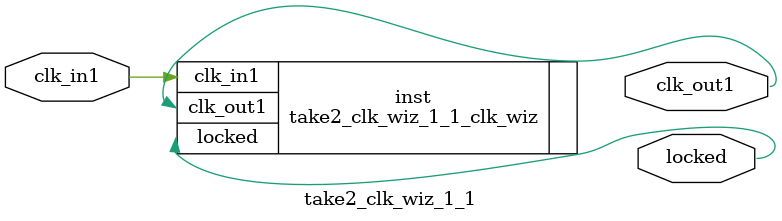
<source format=v>


`timescale 1ps/1ps

(* CORE_GENERATION_INFO = "take2_clk_wiz_1_1,clk_wiz_v6_0_14_0_0,{component_name=take2_clk_wiz_1_1,use_phase_alignment=true,use_min_o_jitter=false,use_max_i_jitter=false,use_dyn_phase_shift=false,use_inclk_switchover=false,use_dyn_reconfig=false,enable_axi=0,feedback_source=FDBK_AUTO,PRIMITIVE=MMCM,num_out_clk=1,clkin1_period=10.000,clkin2_period=10.000,use_power_down=false,use_reset=false,use_locked=true,use_inclk_stopped=false,feedback_type=SINGLE,CLOCK_MGR_TYPE=NA,manual_override=false}" *)

module take2_clk_wiz_1_1 
 (
  // Clock out ports
  output        clk_out1,
  // Status and control signals
  output        locked,
 // Clock in ports
  input         clk_in1
 );

  take2_clk_wiz_1_1_clk_wiz inst
  (
  // Clock out ports  
  .clk_out1(clk_out1),
  // Status and control signals               
  .locked(locked),
 // Clock in ports
  .clk_in1(clk_in1)
  );

endmodule

</source>
